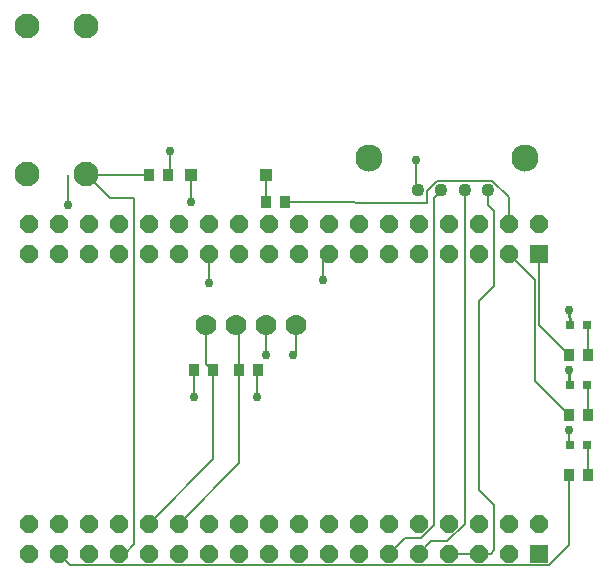
<source format=gbr>
G04 EAGLE Gerber RS-274X export*
G75*
%MOMM*%
%FSLAX34Y34*%
%LPD*%
%INTop Copper*%
%IPPOS*%
%AMOC8*
5,1,8,0,0,1.08239X$1,22.5*%
G01*
%ADD10C,1.778000*%
%ADD11C,2.100000*%
%ADD12R,0.800000X0.800000*%
%ADD13R,0.949959X1.031241*%
%ADD14R,1.524000X1.524000*%
%ADD15P,1.649562X8X202.500000*%
%ADD16C,1.108000*%
%ADD17C,2.300000*%
%ADD18R,1.108000X1.108000*%
%ADD19C,0.152400*%
%ADD20C,0.756400*%
%ADD21C,0.254000*%


D10*
X-1089660Y-2463800D03*
X-1140460Y-2463800D03*
X-1115060Y-2463800D03*
X-1064260Y-2463800D03*
D11*
X-1292460Y-2335800D03*
X-1242460Y-2335800D03*
X-1292460Y-2210800D03*
X-1242460Y-2210800D03*
D12*
X-833000Y-2565400D03*
X-818000Y-2565400D03*
D13*
X-1074039Y-2359660D03*
X-1090041Y-2359660D03*
D12*
X-833000Y-2463800D03*
X-818000Y-2463800D03*
X-833000Y-2514600D03*
X-818000Y-2514600D03*
D13*
X-833501Y-2489200D03*
X-817499Y-2489200D03*
X-833501Y-2540000D03*
X-817499Y-2540000D03*
X-833501Y-2590800D03*
X-817499Y-2590800D03*
X-1189101Y-2336800D03*
X-1173099Y-2336800D03*
X-1096899Y-2501900D03*
X-1112901Y-2501900D03*
X-1151001Y-2501900D03*
X-1134999Y-2501900D03*
D14*
X-859200Y-2657100D03*
D15*
X-859200Y-2631700D03*
X-884600Y-2657100D03*
X-884600Y-2631700D03*
X-910000Y-2657100D03*
X-910000Y-2631700D03*
X-935400Y-2657100D03*
X-935400Y-2631700D03*
X-960800Y-2657100D03*
X-960800Y-2631700D03*
X-986200Y-2657100D03*
X-986200Y-2631700D03*
X-1011600Y-2657100D03*
X-1011600Y-2631700D03*
X-1037000Y-2657100D03*
X-1037000Y-2631700D03*
X-1062400Y-2657100D03*
X-1062400Y-2631700D03*
X-1087800Y-2657100D03*
X-1087800Y-2631700D03*
X-1113200Y-2657100D03*
X-1113200Y-2631700D03*
X-1138600Y-2657100D03*
X-1138600Y-2631700D03*
X-1164000Y-2657100D03*
X-1164000Y-2631700D03*
X-1189400Y-2657100D03*
X-1189400Y-2631700D03*
X-1214800Y-2657100D03*
X-1214800Y-2631700D03*
X-1240200Y-2657100D03*
X-1240200Y-2631700D03*
X-1265600Y-2657100D03*
X-1265600Y-2631700D03*
X-1291000Y-2657100D03*
X-1291000Y-2631700D03*
D14*
X-859200Y-2403100D03*
D15*
X-859200Y-2377700D03*
X-884600Y-2403100D03*
X-884600Y-2377700D03*
X-910000Y-2403100D03*
X-910000Y-2377700D03*
X-935400Y-2403100D03*
X-935400Y-2377700D03*
X-960800Y-2403100D03*
X-960800Y-2377700D03*
X-986200Y-2403100D03*
X-986200Y-2377700D03*
X-1011600Y-2403100D03*
X-1011600Y-2377700D03*
X-1037000Y-2403100D03*
X-1037000Y-2377700D03*
X-1062400Y-2403100D03*
X-1062400Y-2377700D03*
X-1087800Y-2403100D03*
X-1087800Y-2377700D03*
X-1113200Y-2403100D03*
X-1113200Y-2377700D03*
X-1138600Y-2403100D03*
X-1138600Y-2377700D03*
X-1164000Y-2403100D03*
X-1164000Y-2377700D03*
X-1189400Y-2403100D03*
X-1189400Y-2377700D03*
X-1214800Y-2403100D03*
X-1214800Y-2377700D03*
X-1240200Y-2403100D03*
X-1240200Y-2377700D03*
X-1265600Y-2403100D03*
X-1265600Y-2377700D03*
X-1291000Y-2403100D03*
X-1291000Y-2377700D03*
D16*
X-901700Y-2349500D03*
X-921700Y-2349500D03*
X-941700Y-2349500D03*
X-961700Y-2349500D03*
D17*
X-871000Y-2322400D03*
X-1002400Y-2322400D03*
D18*
X-1153160Y-2336800D03*
X-1089660Y-2336800D03*
D19*
X-1134999Y-2577299D02*
X-1189400Y-2631700D01*
X-1134999Y-2577299D02*
X-1134999Y-2501900D01*
X-1140460Y-2496439D02*
X-1140460Y-2463800D01*
X-1140460Y-2496439D02*
X-1134999Y-2501900D01*
X-1112901Y-2580601D02*
X-1164000Y-2631700D01*
X-1112901Y-2580601D02*
X-1112901Y-2501900D01*
X-1112901Y-2465959D02*
X-1115060Y-2463800D01*
X-1112901Y-2465959D02*
X-1112901Y-2501900D01*
X-884600Y-2377700D02*
X-884600Y-2355532D01*
X-898458Y-2341674D01*
X-944942Y-2341674D01*
X-953794Y-2350526D01*
X-953794Y-2360049D01*
X-1074039Y-2359660D01*
X-884600Y-2403100D02*
X-862355Y-2425345D01*
X-862355Y-2511146D01*
X-833501Y-2540000D01*
X-817499Y-2515101D02*
X-818000Y-2514600D01*
X-817499Y-2515101D02*
X-817499Y-2540000D01*
X-859200Y-2463501D02*
X-859200Y-2403100D01*
X-859200Y-2463501D02*
X-833501Y-2489200D01*
X-817499Y-2464301D02*
X-818000Y-2463800D01*
X-817499Y-2464301D02*
X-817499Y-2489200D01*
X-1255694Y-2667006D02*
X-1265600Y-2657100D01*
X-1255694Y-2667006D02*
X-850633Y-2667006D01*
X-833501Y-2649874D01*
X-833501Y-2590800D01*
X-817499Y-2565901D02*
X-818000Y-2565400D01*
X-817499Y-2565901D02*
X-817499Y-2590800D01*
D20*
X-833120Y-2451100D03*
D21*
X-833000Y-2463800D01*
D20*
X-833120Y-2552700D03*
X-833120Y-2501900D03*
D21*
X-833120Y-2514600D01*
D19*
X-833120Y-2565280D02*
X-833000Y-2565400D01*
X-833120Y-2565280D02*
X-833120Y-2552700D01*
D20*
X-1089660Y-2489200D03*
D19*
X-1089660Y-2463800D01*
D20*
X-962660Y-2324100D03*
D19*
X-962660Y-2349500D01*
D20*
X-1041400Y-2425700D03*
D19*
X-1041400Y-2407920D01*
X-1036320Y-2402840D01*
D20*
X-1153160Y-2359660D03*
X-1257300Y-2362200D03*
D19*
X-1257300Y-2336800D01*
X-1153160Y-2336800D02*
X-1153160Y-2359660D01*
X-896620Y-2616200D02*
X-896620Y-2654300D01*
X-899420Y-2657100D02*
X-910000Y-2657100D01*
X-899420Y-2657100D02*
X-896620Y-2654300D01*
X-910000Y-2657100D02*
X-935400Y-2657100D01*
X-901700Y-2362200D02*
X-901700Y-2349500D01*
X-901700Y-2362200D02*
X-896620Y-2367280D01*
X-896620Y-2430780D01*
X-909320Y-2443480D01*
X-909320Y-2603500D01*
X-896620Y-2616200D01*
X-921700Y-2632009D02*
X-921700Y-2349500D01*
X-921700Y-2632009D02*
X-936379Y-2646688D01*
X-950388Y-2646688D01*
X-960800Y-2657100D01*
X-948100Y-2355900D02*
X-941700Y-2349500D01*
X-948100Y-2355900D02*
X-948100Y-2633009D01*
X-958731Y-2643640D01*
X-972740Y-2643640D01*
X-986200Y-2657100D01*
X-1090041Y-2359660D02*
X-1089660Y-2359279D01*
X-1089660Y-2336800D01*
X-1151636Y-2501265D02*
X-1151001Y-2501900D01*
X-1173099Y-2336800D02*
X-1173480Y-2336419D01*
D20*
X-1066800Y-2489200D03*
D19*
X-1066700Y-2489198D01*
X-1066601Y-2489192D01*
X-1066501Y-2489182D01*
X-1066403Y-2489169D01*
X-1066304Y-2489151D01*
X-1066207Y-2489130D01*
X-1066111Y-2489105D01*
X-1066015Y-2489076D01*
X-1065921Y-2489043D01*
X-1065828Y-2489007D01*
X-1065737Y-2488967D01*
X-1065647Y-2488923D01*
X-1065559Y-2488876D01*
X-1065473Y-2488826D01*
X-1065389Y-2488772D01*
X-1065307Y-2488715D01*
X-1065228Y-2488655D01*
X-1065150Y-2488591D01*
X-1065076Y-2488525D01*
X-1065004Y-2488456D01*
X-1064935Y-2488384D01*
X-1064869Y-2488310D01*
X-1064805Y-2488232D01*
X-1064745Y-2488153D01*
X-1064688Y-2488071D01*
X-1064634Y-2487987D01*
X-1064584Y-2487901D01*
X-1064537Y-2487813D01*
X-1064493Y-2487723D01*
X-1064453Y-2487632D01*
X-1064417Y-2487539D01*
X-1064384Y-2487445D01*
X-1064355Y-2487349D01*
X-1064330Y-2487253D01*
X-1064309Y-2487156D01*
X-1064291Y-2487057D01*
X-1064278Y-2486959D01*
X-1064268Y-2486859D01*
X-1064262Y-2486760D01*
X-1064260Y-2486660D01*
X-1064260Y-2463800D01*
D20*
X-1150620Y-2524760D03*
D19*
X-1150620Y-2501900D01*
D20*
X-1097280Y-2524760D03*
D19*
X-1097280Y-2501900D01*
D20*
X-1170940Y-2316480D03*
D19*
X-1170940Y-2336800D01*
D20*
X-1137920Y-2428240D03*
D19*
X-1137920Y-2402840D01*
X-1241460Y-2336800D02*
X-1242460Y-2335800D01*
X-1241460Y-2336800D02*
X-1189101Y-2336800D01*
X-1201420Y-2356120D02*
X-1222140Y-2356120D01*
X-1242460Y-2335800D01*
X-1201420Y-2649220D02*
X-1209300Y-2657100D01*
X-1214800Y-2657100D01*
X-1201420Y-2649220D02*
X-1201420Y-2356120D01*
M02*

</source>
